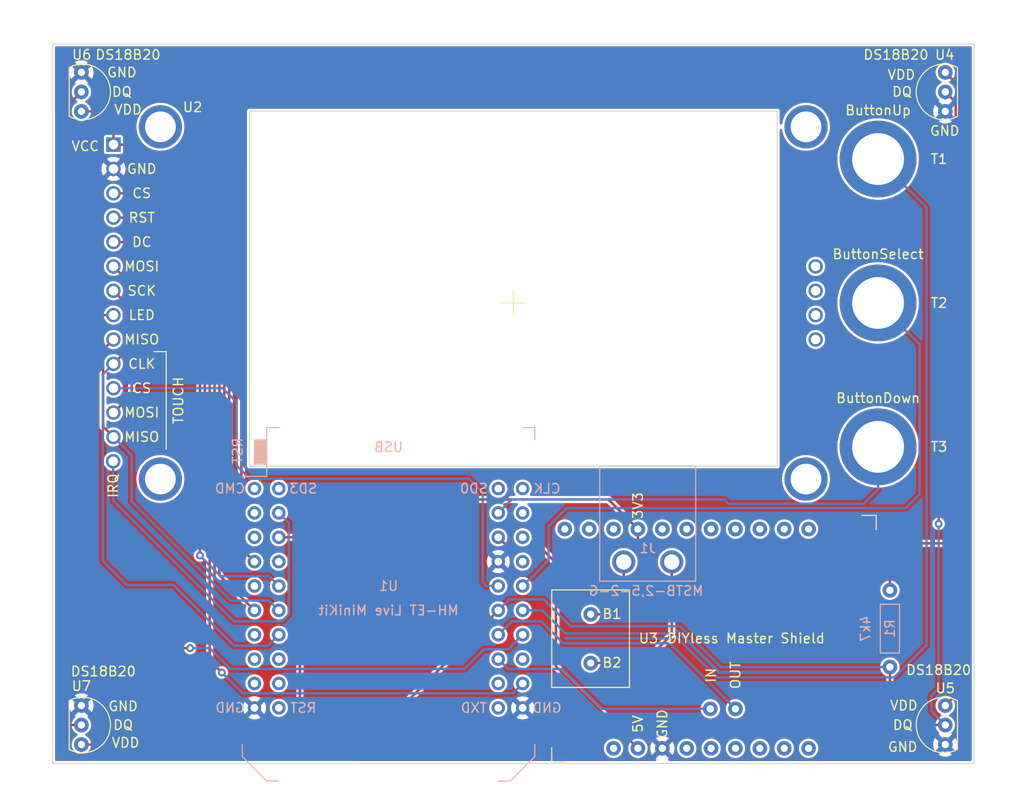
<source format=kicad_pcb>
(kicad_pcb (version 20211014) (generator pcbnew)
  (layers (0 "F.Cu" signal) (31 "B.Cu" signal) (34 "B.Paste" user) (35 "F.Paste" user) (36 "B.SilkS" user "B.Silkscreen") (37 "F.SilkS" user "F.Silkscreen") (38 "B.Mask" user) (39 "F.Mask" user) (44 "Edge.Cuts" user))
  (net 0 "")
  (net 1 "+3V3")
  (net 2 "Net-(T1-Pad1)")
  (net 3 "Net-(T2-Pad1)")
  (net 4 "Net-(T3-Pad1)")
  (net 9 "+5V")
  (net 11 "GND")
  (net 12 "Net-(U1-Pad18)")
  (net 13 "Net-(U1-Pad28)")
  (net 14 "Net-(U1-Pad25)")
  (net 15 "/OneWire")
  (net 16 "Net-(U1-Pad27)")
  (net 17 "Net-(U1-Pad24)")
  (net 22 "Net-(U1-Pad31)")
  (net 26 "Net-(U1-Pad13)")
  (net 27 "/SCK")
  (net 29 "/MISO")
  (net 30 "Net-(U1-Pad9)")
  (net 31 "/MOSI")
  (net 54 "Net-(J1-Pad1)")
  (net 55 "Net-(J1-Pad2)")
  (footprint "Thermostat:TouchPin" (layer "F.Cu") (at 188 90)
    (fp_text reference "T2" (at 6.35 0 unlocked) (layer "F.SilkS"))
    (fp_text value "ButtonSelect" (at 0 -5.08 unlocked) (layer "F.SilkS"))
    (pad "1" thru_hole circle locked (at 0 0) (size 8 8) (drill 5.4) (layers *.Cu *.Mask) (net 3 "Net-(T2-Pad1)"))
  )
  (footprint "Thermostat:DS18B20" (layer "F.Cu") (at 105 134 180)
    (fp_text reference "U7" (at 0 4.064 unlocked) (layer "F.SilkS"))
    (fp_text value "DS18B20" (at -2.286 5.588 unlocked) (layer "F.SilkS"))
    (fp_text user "DQ" (at -4.349495 0 unlocked) (layer "F.SilkS"))
    (fp_text user "VDD" (at -4.603495 -1.85 unlocked) (layer "F.SilkS"))
    (fp_text user "GND" (at -4.349495 1.96 unlocked) (layer "F.SilkS"))
    (fp_line (start 1.27 -2.54) (end 1.27 2.54) (layer "F.SilkS") (width 0.12))
    (fp_arc (start 1.27 2.54) (mid -3.02701 0) (end 1.27 -2.54) (layer "F.SilkS") (width 0.12))
    (pad "1" thru_hole circle (at 0 2.032 180) (size 1.524 1.524) (drill 0.762) (layers *.Cu *.Mask) (net 11 "GND"))
    (pad "2" thru_hole circle (at 0 0 180) (size 1.524 1.524) (drill 0.762) (layers *.Cu *.Mask) (net 15 "/OneWire"))
    (pad "3" thru_hole circle (at 0 -2.032 180) (size 1.524 1.524) (drill 0.762) (layers *.Cu *.Mask) (net 1 "+3V3"))
  )
  (footprint "Thermostat:Opentherm Master Shield" (layer "F.Cu") (at 154 125 -90)
    (fp_text reference "U3" (at -0.032 -10.084 unlocked) (layer "F.SilkS"))
    (fp_text value "DIYless Master Shield" (at -0.032 -20.244 unlocked) (layer "F.SilkS"))
    (fp_text user "3V3" (at -13.875 -8.98 90 unlocked) (layer "F.SilkS"))
    (fp_text user "B2" (at 2.508 -6.274 unlocked) (layer "F.SilkS"))
    (fp_text user "5V" (at 8.89 -8.98 90 unlocked) (layer "F.SilkS"))
    (fp_text user "IN" (at 3.81 -16.6 90 unlocked) (layer "F.SilkS"))
    (fp_text user "B1" (at -2.572 -6.274 unlocked) (layer "F.SilkS"))
    (fp_text user "GND" (at 8.89 -11.52 90 unlocked) (layer "F.SilkS"))
    (fp_text user "OUT" (at 3.81 -19.14 90 unlocked) (layer "F.SilkS"))
    (fp_line (start 12.85 0) (end 12.85 -1.5) (layer "F.SilkS") (width 0.12))
    (fp_line (start 12.85 0) (end 11.35 0) (layer "F.SilkS") (width 0.12))
    (fp_line (start -12.85 -33.8) (end -12.85 -32.3) (layer "F.SilkS") (width 0.12))
    (fp_line (start -11.35 -33.8) (end -12.85 -33.8) (layer "F.SilkS") (width 0.12))
    (fp_rect (start -5.08 -8.1) (end 5.08 0) (layer "F.SilkS") (width 0.12) (fill none))
    (pad "1" thru_hole circle (at -11.43 -1.36 270) (size 1.524 1.524) (drill 0.762) (layers *.Cu *.Mask))
    (pad "2" thru_hole circle (at -11.43 -3.9 270) (size 1.524 1.524) (drill 0.762) (layers *.Cu *.Mask))
    (pad "3" thru_hole circle (at -11.43 -6.44 270) (size 1.524 1.524) (drill 0.762) (layers *.Cu *.Mask))
    (pad "4" thru_hole circle (at -11.43 -8.98 270) (size 1.524 1.524) (drill 0.762) (layers *.Cu *.Mask) (net 1 "+3V3"))
    (pad "5" thru_hole circle (at -11.43 -11.52 270) (size 1.524 1.524) (drill 0.762) (layers *.Cu *.Mask))
    (pad "6" thru_hole circle (at -11.43 -14.06 270) (size 1.524 1.524) (drill 0.762) (layers *.Cu *.Mask))
    (pad "7" thru_hole circle (at -11.43 -16.6 270) (size 1.524 1.524) (drill 0.762) (layers *.Cu *.Mask))
    (pad "8" thru_hole circle (at -11.43 -19.14 270) (size 1.524 1.524) (drill 0.762) (layers *.Cu *.Mask))
    (pad "9" thru_hole circle (at -11.43 -21.68 270) (size 1.524 1.524) (drill 0.762) (layers *.Cu *.Mask))
    (pad "10" thru_hole circle (at -11.43 -24.22 270) (size 1.524 1.524) (drill 0.762) (layers *.Cu *.Mask))
    (pad "11" thru_hole circle (at -11.43 -26.76 270) (size 1.524 1.524) (drill 0.762) (layers *.Cu *.Mask))
    (pad "12" thru_hole circle (at 11.43 -26.76 270) (size 1.524 1.524) (drill 0.762) (layers *.Cu *.Mask))
    (pad "13" thru_hole circle (at 11.43 -24.22 270) (size 1.524 1.524) (drill 0.762) (layers *.Cu *.Mask))
    (pad "14" thru_hole circle (at 11.43 -21.68 270) (size 1.524 1.524) (drill 0.762) (layers *.Cu *.Mask))
    (pad "15" thru_hole circle (at 11.43 -19.14 270) (size 1.524 1.524) (drill 0.762) (layers *.Cu *.Mask))
    (pad "16" thru_hole circle (at 11.43 -16.6 270) (size 1.524 1.524) (drill 0.762) (layers *.Cu *.Mask))
    (pad "17" thru_hole circle (at 11.43 -14.06 270) (size 1.524 1.524) (drill 0.762) (layers *.Cu *.Mask))
    (pad "18" thru_hole circle (at 11.43 -11.52 270) (size 1.524 1.524) (drill 0.762) (layers *.Cu *.Mask) (net 11 "GND"))
    (pad "19" thru_hole circle (at 11.43 -8.98 270) (size 1.524 1.524) (drill 0.762) (layers *.Cu *.Mask) (net 9 "+5V"))
    (pad "20" thru_hole circle (at 11.43 -6.44 270) (size 1.524 1.524) (drill 0.762) (layers *.Cu *.Mask))
    (pad "21" thru_hole circle (at 7.313 -19.14 270) (size 1.524 1.524) (drill 0.762) (layers *.Cu *.Mask) (net 16 "Net-(U1-Pad27)"))
    (pad "22" thru_hole circle (at 7.313 -16.52 270) (size 1.524 1.524) (drill 0.762) (layers *.Cu *.Mask) (net 14 "Net-(U1-Pad25)"))
    (pad "23" thru_hole circle (at -2.54 -4.059 270) (size 1.524 1.524) (drill 0.762) (layers *.Cu *.Mask) (net 54 "Net-(J1-Pad1)"))
    (pad "24" thru_hole circle (at 2.54 -4.059 270) (size 1.524 1.524) (drill 0.762) (layers *.Cu *.Mask) (net 55 "Net-(J1-Pad2)"))
  )
  (footprint "Thermostat:TouchPin" (layer "F.Cu") (at 188 105)
    (fp_text reference "T3" (at 6.35 0 unlocked) (layer "F.SilkS"))
    (fp_text value "ButtonDown" (at 0 -5.08 unlocked) (layer "F.SilkS"))
    (pad "1" thru_hole circle locked (at 0 0) (size 8 8) (drill 5.4) (layers *.Cu *.Mask) (net 4 "Net-(T3-Pad1)"))
  )
  (footprint "Thermostat:TouchPin" (layer "F.Cu") (at 188 75)
    (fp_text reference "T1" (at 6.35 0 unlocked) (layer "F.SilkS"))
    (fp_text value "ButtonUp" (at 0 -5.08 unlocked) (layer "F.SilkS"))
    (pad "1" thru_hole circle locked (at 0 0) (size 8 8) (drill 5.4) (layers *.Cu *.Mask) (net 2 "Net-(T1-Pad1)"))
  )
  (footprint "Thermostat:DS18B20" (layer "F.Cu") (at 105 68 180)
    (fp_text reference "U6" (at -0.031495 3.865 unlocked) (layer "F.SilkS"))
    (fp_text value "DS18B20" (at -4.855 3.865 unlocked) (layer "F.SilkS"))
    (fp_text user "DQ" (at -4.22 0 unlocked) (layer "F.SilkS"))
    (fp_text user "GND" (at -4.22 2.032 unlocked) (layer "F.SilkS"))
    (fp_text user "VDD" (at -4.855 -1.85 unlocked) (layer "F.SilkS"))
    (fp_line (start 1.27 -2.54) (end 1.27 2.54) (layer "F.SilkS") (width 0.12))
    (fp_arc (start 1.27 2.54) (mid -3.02701 0) (end 1.27 -2.54) (layer "F.SilkS") (width 0.12))
    (pad "1" thru_hole circle (at 0 2.032 180) (size 1.524 1.524) (drill 0.762) (layers *.Cu *.Mask) (net 11 "GND"))
    (pad "2" thru_hole circle (at 0 0 180) (size 1.524 1.524) (drill 0.762) (layers *.Cu *.Mask) (net 15 "/OneWire"))
    (pad "3" thru_hole circle (at 0 -2.032 180) (size 1.524 1.524) (drill 0.762) (layers *.Cu *.Mask) (net 1 "+3V3"))
  )
  (footprint "Thermostat:DS18B20" (layer "F.Cu") (at 195 68)
    (fp_text reference "U4" (at -0.055 -3.865 unlocked) (layer "F.SilkS"))
    (fp_text value "DS18B20" (at -5.135 -3.865 unlocked) (layer "F.SilkS"))
    (fp_text user "GND" (at -0.055 4.064 unlocked) (layer "F.SilkS"))
    (fp_text user "VDD" (at -4.572 -1.778 unlocked) (layer "F.SilkS"))
    (fp_text user "DQ" (at -4.5 0 unlocked) (layer "F.SilkS"))
    (fp_line (start 1.27 -2.54) (end 1.27 2.54) (layer "F.SilkS") (width 0.12))
    (fp_arc (start 1.27 2.54) (mid -3.02701 0) (end 1.27 -2.54) (layer "F.SilkS") (width 0.12))
    (pad "1" thru_hole circle (at 0 2.032) (size 1.524 1.524) (drill 0.762) (layers *.Cu *.Mask) (net 11 "GND"))
    (pad "2" thru_hole circle (at 0 0) (size 1.524 1.524) (drill 0.762) (layers *.Cu *.Mask) (net 15 "/OneWire"))
    (pad "3" thru_hole circle (at 0 -2.032) (size 1.524 1.524) (drill 0.762) (layers *.Cu *.Mask) (net 1 "+3V3"))
  )
  (footprint "Thermostat:ILI9341" (layer "F.Cu") (at 150 90)
    (fp_text reference "U2" (at -33.414 -20.404) (layer "F.SilkS"))
    (fp_text value "ILI9341_touch")
    (fp_text user "CLK" (at -38.71 6.35 unlocked) (layer "F.SilkS"))
    (fp_text user "IRQ" (at -41.69 19.05 90 unlocked) (layer "F.SilkS"))
    (fp_text user "LED" (at -38.71 1.27 unlocked) (layer "F.SilkS"))
    (fp_text user "RST" (at -38.71 -8.89 unlocked) (layer "F.SilkS"))
    (fp_text user "DC" (at -38.71 -6.35 unlocked) (layer "F.SilkS"))
    (fp_text user "MISO" (at -38.71 3.81 unlocked) (layer "F.SilkS"))
    (fp_text user "VCC" (at -44.59 -16.34 unlocked) (layer "F.SilkS"))
    (fp_text user "TOUCH" (at -34.9 10.16 90 unlocked) (layer "F.SilkS"))
    (fp_text user "MOSI" (at -38.71 11.43 unlocked) (layer "F.SilkS"))
    (fp_text user "SCK" (at -38.71 -1.27 unlocked) (layer "F.SilkS"))
    (fp_text user "MISO" (at -38.71 13.97 unlocked) (layer "F.SilkS"))
    (fp_text user "CS" (at -38.71 -11.43 unlocked) (layer "F.SilkS"))
    (fp_text user "GND" (at -38.71 -13.97 unlocked) (layer "F.SilkS"))
    (fp_text user "MOSI" (at -38.71 -3.81 unlocked) (layer "F.SilkS"))
    (fp_text user "CS" (at -38.71 8.89 unlocked) (layer "F.SilkS"))
    (fp_line (start 1.2 0) (end -1.27 0) (layer "F.SilkS") (width 0.12))
    (fp_line (start -36.17 5.08) (end -36.17 15.24) (layer "F.SilkS") (width 0.12))
    (fp_line (start 0 -1.27) (end 0 1.27) (layer "F.SilkS") (width 0.12))
    (fp_line (start -36.17 5.08) (end -37.44 5.08) (layer "F.SilkS") (width 0.12))
    (pad "" thru_hole circle locked (at -36.77 -18.36) (size 4.5 4.5) (drill 3.2) (layers *.Cu *.Mask))
    (pad "" thru_hole circle locked (at -36.77 18.36) (size 4.5 4.5) (drill 3.2) (layers *.Cu *.Mask))
    (pad "" thru_hole circle locked (at 30.49 18.36) (size 4.5 4.5) (drill 3.2) (layers *.Cu *.Mask))
    (pad "" thru_hole circle locked (at 30.49 -18.36) (size 4.5 4.5) (drill 3.2) (layers *.Cu *.Mask))
    (pad "1" thru_hole rect locked (at -41.66 -16.51) (size 1.5 1.5) (drill 1) (layers *.Cu *.Mask) (net 1 "+3V3"))
    (pad "2" thru_hole circle locked (at -41.66 -13.97) (size 1.5 1.5) (drill 1) (layers *.Cu *.Mask) (net 11 "GND"))
    (pad "3" thru_hole circle locked (at -41.66 -11.43) (size 1.5 1.5) (drill 1) (layers *.Cu *.Mask) (net 26 "Net-(U1-Pad13)"))
    (pad "4" thru_hole circle locked (at -41.66 -8.89) (size 1.5 1.5) (drill 1) (layers *.Cu *.Mask) (net 30 "Net-(U1-Pad9)"))
    (pad "5" thru_hole circle locked (at -41.66 -6.35) (size 1.5 1.5) (drill 1) (layers *.Cu *.Mask) (net 17 "Net-(U1-Pad24)"))
    (pad "6" thru_hole circle locked (at -41.66 -3.81) (size 1.5 1.5) (drill 1) (layers *.Cu *.Mask) (net 31 "/MOSI"))
    (pad "7" thru_hole circle locked (at -41.66 -1.27) (size 1.5 1.5) (drill 1) (layers *.Cu *.Mask) (net 27 "/SCK"))
    (pad "8" thru_hole circle locked (at -41.66 1.27) (size 1.5 1.5) (drill 1) (layers *.Cu *.Mask) (net 13 "Net-(U1-Pad28)"))
    (pad "9" thru_hole circle locked (at -41.66 3.81) (size 1.5 1.5) (drill 1) (layers *.Cu *.Mask) (net 29 "/MISO"))
    (pad "10" thru_hole circle locked (at -41.66 6.35) (size 1.5 1.5) (drill 1) (layers *.Cu *.Mask) (net 27 "/SCK"))
    (pad "11" thru_hole circle locked (at -41.66 8.89) (size 1.5 1.5) (drill 1) (layers *.Cu *.Mask) (net 22 "Net-(U1-Pad31)"))
    (pad "12" thru_hole circle locked (at -41.66 11.43) (size 1.5 1.5) (drill 1) (layers *.Cu *.Mask) (net 31 "/MOSI"))
    (pad "13" thru_hole circle locked (at -41.66 13.97) (size 1.5 1.5) (drill 1) (layers *.Cu *.Mask) (net 29 "/MISO"))
    (pad "14" thru_hole circle locked (at -41.69 16.51) (size 1.5 1.5) (drill 1) (layers *.Cu *.Mask) (net 12 "Net-(U1-Pad18)"))
    (pad "15" thru_hole circle locked (at 31.49 -3.81) (size 1.5 1.5) (drill 1) (layers *.Cu *.Mask))
    (pad "16" thru_hole circle locked (at 31.49 -1.27) (size 1.5 1.5) (drill 1) (layers *.Cu *.Mask))
    (pad "17" thru_hole circle locked (at 31.49 1.27) (size 1.5 1.5) (drill 1) (layers *.Cu *.Mask))
    (pad "18" thru_hole circle locked (at 31.49 3.81) (size 1.5 1.5) (drill 1) (layers *.Cu *.Mask))
  )
  (footprint "Thermostat:DS18B20" (layer "F.Cu") (at 195 134)
    (fp_text reference "U5" (at 0 -3.825 unlocked) (layer "F.SilkS"))
    (fp_text value "DS18B20" (at -0.69 -5.73 unlocked) (layer "F.SilkS"))
    (fp_text user "DQ" (at -4.434505 0 unlocked) (layer "F.SilkS"))
    (fp_text user "GND" (at -4.434505 2.286 unlocked) (layer "F.SilkS"))
    (fp_text user "VDD" (at -4.318 -2.032 unlocked) (layer "F.SilkS"))
    (fp_line (start 1.27 -2.54) (end 1.27 2.54) (layer "F.SilkS") (width 0.12))
    (fp_arc (start 1.27 2.54) (mid -3.02701 0) (end 1.27 -2.54) (layer "F.SilkS") (width 0.12))
    (pad "1" thru_hole circle (at 0 2.032) (size 1.524 1.524) (drill 0.762) (layers *.Cu *.Mask) (net 11 "GND"))
    (pad "2" thru_hole circle (at 0 0) (size 1.524 1.524) (drill 0.762) (layers *.Cu *.Mask) (net 15 "/OneWire"))
    (pad "3" thru_hole circle (at 0 -2.032) (size 1.524 1.524) (drill 0.762) (layers *.Cu *.Mask) (net 1 "+3V3"))
  )
  (footprint "Thermostat:Resistor" (layer "B.Cu") (at 189.23 123.952 -90)
    (fp_text reference "R1" (at 0 0 90 unlocked) (layer "B.SilkS") (effects (justify mirror)))
    (fp_text value "4k7" (at 0 2.54 90 unlocked) (layer "B.SilkS") (effects (justify mirror)))
    (fp_rect (start -2.54 1) (end 2.54 -1) (layer "B.SilkS") (width 0.12) (fill none))
    (pad "1" thru_hole circle (at -4 0 270) (size 1.524 1.524) (drill 0.762) (layers *.Cu *.Mask) (net 1 "+3V3"))
    (pad "2" thru_hole circle (at 4 0 270) (size 1.524 1.524) (drill 0.762) (layers *.Cu *.Mask) (net 15 "/OneWire"))
  )
  (footprint "ESP32_mini:ESP32_mini" (layer "B.Cu") (at 137 103)
    (fp_text reference "U1" (at 0 16.51) (layer "B.SilkS") (effects (justify mirror)))
    (fp_text value "MH-ET Live MiniKit" (at 0 19.05) (layer "B.SilkS") (effects (justify mirror)))
    (fp_text user "RST" (at -15.715 2.41 270) (layer "B.SilkS") (effects (justify mirror)))
    (fp_text user "USB" (at 0 2.03) (layer "B.SilkS") (effects (justify mirror)))
    (fp_text user "GND" (at -16.51 29.21 unlocked) (layer "B.SilkS") (effects (justify mirror)))
    (fp_text user "CLK" (at 16.51 6.35 unlocked) (layer "B.SilkS") (effects (justify mirror)))
    (fp_text user "GND" (at 16.51 29.21 unlocked) (layer "B.SilkS") (effects (justify mirror)))
    (fp_text user "CMD" (at -16.51 6.35 unlocked) (layer "B.SilkS") (effects (justify mirror)))
    (fp_text user "RST" (at -8.89 29.21 unlocked) (layer "B.SilkS") (effects (justify mirror)))
    (fp_text user "SD3" (at -8.89 6.35 unlocked) (layer "B.SilkS") (effects (justify mirror)))
    (fp_text user "TXD" (at 8.89 29.21 unlocked) (layer "B.SilkS") (effects (justify mirror)))
    (fp_text user "SD0" (at 8.89 6.35 unlocked) (layer "B.SilkS") (effects (justify mirror)))
    (fp_line (start -15.24 5.08) (end -12.7 5.08) (layer "B.SilkS") (width 0.12))
    (fp_line (start -11.43 0) (end -12.7 0) (layer "B.SilkS") (width 0.12))
    (fp_line (start 15.24 33.02) (end 15.24 34.29) (layer "B.SilkS") (width 0.12))
    (fp_line (start -12.7 36.83) (end -11.43 36.83) (layer "B.SilkS") (width 0.12))
    (fp_line (start 11.43 36.83) (end 12.7 36.83) (layer "B.SilkS") (width 0.12))
    (fp_line (start -12.7 5.08) (end -12.7 0) (layer "B.SilkS") (width 0.12))
    (fp_line (start 15.24 0) (end 13.97 0) (layer "B.SilkS") (width 0.12))
    (fp_line (start 15.24 1.27) (end 15.24 0) (layer "B.SilkS") (width 0.12))
    (fp_line (start 12.7 36.83) (end 15.24 34.29) (layer "B.SilkS") (width 0.12))
    (fp_line (start -15.24 33.02) (end -15.24 34.29) (layer "B.SilkS") (width 0.12))
    (fp_line (start -12.7 36.83) (end -15.24 34.29) (layer "B.SilkS") (width 0.12))
    (fp_poly (pts (xy -13.97 1.27) (xy -13.97 3.81) (xy -12.7 3.81) (xy -12.7 1.27)) (layer "B.SilkS") (width 0.1) (fill solid))
    (pad "1" thru_hole circle (at -13.97 29.21 90) (size 1.4 1.4) (drill 0.8) (layers *.Cu *.Mask) (net 11 "GND"))
    (pad "2" thru_hole circle (at -11.43 29.21 90) (size 1.4 1.4) (drill 0.8) (layers *.Cu *.Mask))
    (pad "3" thru_hole circle (at -13.97 26.67 90) (size 1.4 1.4) (drill 0.8) (layers *.Cu *.Mask))
    (pad "4" thru_hole circle (at -11.43 26.67 90) (size 1.4 1.4) (drill 0.8) (layers *.Cu *.Mask))
    (pad "5" thru_hole circle (at -13.97 24.13 90) (size 1.4 1.4) (drill 0.8) (layers *.Cu *.Mask))
    (pad "6" thru_hole circle (at -11.43 24.13 90) (size 1.4 1.4) (drill 0.8) (layers *.Cu *.Mask))
    (pad "7" thru_hole circle (at -13.97 21.59 90) (size 1.4 1.4) (drill 0.8) (layers *.Cu *.Mask))
    (pad "8" thru_hole circle (at -11.43 21.59 90) (size 1.4 1.4) (drill 0.8) (layers *.Cu *.Mask) (net 27 "/SCK"))
    (pad "9" thru_hole circle (at -13.97 19.05 90) (size 1.4 1.4) (drill 0.8) (layers *.Cu *.Mask) (net 30 "Net-(U1-Pad9)"))
    (pad "10" thru_hole circle (at -11.43 19.05 90) (size 1.4 1.4) (drill 0.8) (layers *.Cu *.Mask) (net 29 "/MISO"))
    (pad "11" thru_hole circle (at -13.97 16.51 90) (size 1.4 1.4) (drill 0.8) (layers *.Cu *.Mask))
    (pad "12" thru_hole circle (at -11.43 16.51 90) (size 1.4 1.4) (drill 0.8) (layers *.Cu *.Mask) (net 31 "/MOSI"))
    (pad "13" thru_hole circle (at -13.97 13.97 90) (size 1.4 1.4) (drill 0.8) (layers *.Cu *.Mask) (net 26 "Net-(U1-Pad13)"))
    (pad "14" thru_hole circle (at -11.43 13.97 90) (size 1.4 1.4) (drill 0.8) (layers *.Cu *.Mask))
    (pad "15" thru_hole circle (at -13.97 11.43 90) (size 1.4 1.4) (drill 0.8) (layers *.Cu *.Mask))
    (pad "16" thru_hole circle (at -11.43 11.43 90) (size 1.4 1.4) (drill 0.8) (layers *.Cu *.Mask) (net 1 "+3V3"))
    (pad "17" thru_hole circle (at -13.97 8.89 90) (size 1.4 1.4) (drill 0.8) (layers *.Cu *.Mask))
    (pad "18" thru_hole circle (at -11.43 8.89 90) (size 1.4 1.4) (drill 0.8) (layers *.Cu *.Mask) (net 12 "Net-(U1-Pad18)"))
    (pad "19" thru_hole circle (at -13.97 6.35 90) (size 1.4 1.4) (drill 0.8) (layers *.Cu *.Mask))
    (pad "20" thru_hole circle (at -11.43 6.35 90) (size 1.4 1.4) (drill 0.8) (layers *.Cu *.Mask))
    (pad "21" thru_hole circle (at 11.43 29.21 90) (size 1.4 1.4) (drill 0.8) (layers *.Cu *.Mask))
    (pad "22" thru_hole circle (at 13.97 29.21 90) (size 1.4 1.4) (drill 0.8) (layers *.Cu *.Mask) (net 11 "GND"))
    (pad "23" thru_hole circle (at 11.43 26.67 90) (size 1.4 1.4) (drill 0.8) (layers *.Cu *.Mask))
    (pad "24" thru_hole circle (at 13.97 26.67 90) (size 1.4 1.4) (drill 0.8) (layers *.Cu *.Mask) (net 17 "Net-(U1-Pad24)"))
    (pad "25" thru_hole circle (at 11.43 24.13 90) (size 1.4 1.4) (drill 0.8) (layers *.Cu *.Mask) (net 14 "Net-(U1-Pad25)"))
    (pad "26" thru_hole circle (at 13.97 24.13 90) (size 1.4 1.4) (drill 0.8) (layers *.Cu *.Mask))
    (pad "27" thru_hole circle (at 11.43 21.59 90) (size 1.4 1.4) (drill 0.8) (layers *.Cu *.Mask) (net 16 "Net-(U1-Pad27)"))
    (pad "28" thru_hole circle (at 13.97 21.59 90) (size 1.4 1.4) (drill 0.8) (layers *.Cu *.Mask) (net 13 "Net-(U1-Pad28)"))
    (pad "29" thru_hole circle (at 11.43 19.05 90) (size 1.4 1.4) (drill 0.8) (layers *.Cu *.Mask) (net 15 "/OneWire"))
    (pad "30" thru_hole circle (at 13.97 19.05 90) (size 1.4 1.4) (drill 0.8) (layers *.Cu *.Mask) (net 2 "Net-(T1-Pad1)"))
    (pad "31" thru_hole circle (at 11.43 16.51 90) (size 1.4 1.4) (drill 0.8) (layers *.Cu *.Mask) (net 22 "Net-(U1-Pad31)"))
    (pad "32" thru_hole circle (at 13.97 16.51 90) (size 1.4 1.4) (drill 0.8) (layers *.Cu *.Mask) (net 3 "Net-(T2-Pad1)"))
    (pad "33" thru_hole circle (at 11.43 13.97 90) (size 1.4 1.4) (drill 0.8) (layers *.Cu *.Mask) (net 11 "GND"))
    (pad "34" thru_hole circle (at 13.97 13.97 90) (size 1.4 1.4) (drill 0.8) (layers *.Cu *.Mask))
    (pad "35" thru_hole circle (at 11.43 11.43 90) (size 1.4 1.4) (drill 0.8) (layers *.Cu *.Mask) (net 9 "+5V"))
    (pad "36" thru_hole circle (at 13.97 11.43 90) (size 1.4 1.4) (drill 0.8) (layers *.Cu *.Mask))
    (pad "37" thru_hole circle (at 11.43 8.89 90) (size 1.4 1.4) (drill 0.8) (layers *.Cu *.Mask) (net 4 "Net-(T3-Pad1)"))
    (pad "38" thru_hole circle (at 13.97 8.89 90) (size 1.4 1.4) (drill 0.8) (layers *.Cu *.Mask))
    (pad "39" thru_hole circle (at 11.43 6.35 90) (size 1.4 1.4) (drill 0.8) (layers *.Cu *.Mask))
    (pad "40" thru_hole circle (at 13.97 6.35 90) (size 1.4 1.4) (drill 0.8) (layers *.Cu *.Mask))
  )
  (footprint "Thermostat:Phoenix_MSTB-2,5-2-G" (layer "B.Cu") (at 159 119 180)
    (fp_text reference "J1" (at -5 3.43 unlocked) (layer "B.SilkS") (effects (justify mirror)))
    (fp_text value "MSTB-2,5-2-G" (at -4.83 -1.015 unlocked) (layer "B.SilkS") (effects (justify mirror)))
    (fp_rect (start -10 12) (end 0 0) (layer "B.SilkS") (width 0.12) (fill none))
    (pad "1" thru_hole circle (at -2.5 2 180) (size 2.4 2.4) (drill 1.6) (layers *.Cu *.Mask) (net 54 "Net-(J1-Pad1)"))
    (pad "2" thru_hole circle (at -7.5 2 180) (size 2.4 2.4) (drill 1.6) (layers *.Cu *.Mask) (net 55 "Net-(J1-Pad2)"))
  )
  (gr_rect (start 177.5 70) (end 122.5 107) (layer "Edge.Cuts") (width 0.1) (fill none))
  (gr_rect (start 102 63) (end 198 138) (layer "Edge.Cuts") (width 0.1) (fill none))
  (segment (start 109.812 73.49) (end 111.252 74.93) (width 0.25) (layer "F.Cu") (net 1))
  (segment (start 125.57 114.43) (end 127.632 114.43) (width 0.25) (layer "F.Cu") (net 1))
  (segment (start 127.762 110.49) (end 127.762 114.3) (width 0.25) (layer "F.Cu") (net 1))
  (segment (start 127.762 134.366) (end 126.096 136.032) (width 0.25) (layer "F.Cu") (net 1))
  (segment (start 111.252 74.93) (end 120.65 74.93) (width 0.25) (layer "F.Cu") (net 1))
  (segment (start 108.34 73.49) (end 109.812 73.49) (width 0.25) (layer "F.Cu") (net 1))
  (segment (start 195.707 115.062) (end 195.761999 115.116999) (width 0.25) (layer "F.Cu") (net 1))
  (segment (start 195.761999 115.116999) (end 195.761999 83.003001) (width 0.25) (layer "F.Cu") (net 1))
  (segment (start 163.322 115.062) (end 189.23 115.062) (width 0.25) (layer "F.Cu") (net 1))
  (segment (start 121.666 75.946) (end 121.666 109.474) (width 0.25) (layer "F.Cu") (net 1))
  (segment (start 189.23 119.952) (end 189.23 115.062) (width 0.25) (layer "F.Cu") (net 1))
  (segment (start 127.632 114.43) (end 127.762 114.3) (width 0.25) (layer "F.Cu") (net 1))
  (segment (start 127.762 114.3) (end 127.762 134.366) (width 0.25) (layer "F.Cu") (net 1))
  (segment (start 107.116 70.032) (end 105 70.032) (width 0.25) (layer "F.Cu") (net 1))
  (segment (start 195.761999 83.003001) (end 197.104 81.661) (width 0.25) (layer "F.Cu") (net 1))
  (segment (start 162.98 114.72) (end 163.322 115.062) (width 0.25) (layer "F.Cu") (net 1))
  (segment (start 189.23 115.062) (end 195.707 115.062) (width 0.25) (layer "F.Cu") (net 1))
  (segment (start 195.761999 131.206001) (end 195.761999 115.116999) (width 0.25) (layer "F.Cu") (net 1))
  (segment (start 121.666 109.474) (end 122.682 110.49) (width 0.25) (layer "F.Cu") (net 1))
  (segment (start 108.34 71.256) (end 107.116 70.032) (width 0.25) (layer "F.Cu") (net 1))
  (segment (start 122.682 110.49) (end 127.762 110.49) (width 0.25) (layer "F.Cu") (net 1))
  (segment (start 108.34 73.49) (end 108.34 71.256) (width 0.25) (layer "F.Cu") (net 1))
  (segment (start 159.9 110.49) (end 162.98 113.57) (width 0.25) (layer "F.Cu") (net 1))
  (segment (start 162.98 113.57) (end 162.98 114.72) (width 0.25) (layer "F.Cu") (net 1))
  (segment (start 197.104 68.072) (end 195 65.968) (width 0.25) (layer "F.Cu") (net 1))
  (segment (start 120.65 74.93) (end 121.666 75.946) (width 0.25) (layer "F.Cu") (net 1))
  (segment (start 195 131.968) (end 195.761999 131.206001) (width 0.25) (layer "F.Cu") (net 1))
  (segment (start 126.096 136.032) (end 105 136.032) (width 0.25) (layer "F.Cu") (net 1))
  (segment (start 197.104 81.661) (end 197.104 68.072) (width 0.25) (layer "F.Cu") (net 1))
  (segment (start 127.762 110.49) (end 159.9 110.49) (width 0.25) (layer "F.Cu") (net 1))
  (segment (start 188 75) (end 193.04 80.04) (width 0.25) (layer "B.Cu") (net 2))
  (segment (start 155.448 124.46) (end 153.038 122.05) (width 0.25) (layer "B.Cu") (net 2))
  (segment (start 166.624 124.46) (end 155.448 124.46) (width 0.25) (layer "B.Cu") (net 2))
  (segment (start 189.680049 129.038511) (end 171.202511 129.038511) (width 0.25) (layer "B.Cu") (net 2))
  (segment (start 153.038 122.05) (end 150.97 122.05) (width 0.25) (layer "B.Cu") (net 2))
  (segment (start 193.04 80.04) (end 193.04 125.67856) (width 0.25) (layer "B.Cu") (net 2))
  (segment (start 193.04 125.67856) (end 189.680049 129.038511) (width 0.25) (layer "B.Cu") (net 2))
  (segment (start 171.202511 129.038511) (end 166.624 124.46) (width 0.25) (layer "B.Cu") (net 2))
  (segment (start 153.67 116.84) (end 153.67 113.284) (width 0.25) (layer "B.Cu") (net 3))
  (segment (start 192.324511 94.324511) (end 188 90) (width 0.25) (layer "B.Cu") (net 3))
  (segment (start 151.994511 118.485489) (end 152.024511 118.485489) (width 0.25) (layer "B.Cu") (net 3))
  (segment (start 155.569969 111.384031) (end 190.875969 111.384031) (width 0.25) (layer "B.Cu") (net 3))
  (segment (start 192.324511 109.935489) (end 192.324511 94.324511) (width 0.25) (layer "B.Cu") (net 3))
  (segment (start 190.875969 111.384031) (end 192.324511 109.935489) (width 0.25) (layer "B.Cu") (net 3))
  (segment (start 152.024511 118.485489) (end 153.67 116.84) (width 0.25) (layer "B.Cu") (net 3))
  (segment (start 153.67 113.284) (end 155.569969 111.384031) (width 0.25) (layer "B.Cu") (net 3))
  (segment (start 150.97 119.51) (end 151.994511 118.485489) (width 0.25) (layer "B.Cu") (net 3))
  (segment (start 188 109.434) (end 186.499489 110.934511) (width 0.25) (layer "B.Cu") (net 4))
  (segment (start 186.499489 110.934511) (end 172.402511 110.934511) (width 0.25) (layer "B.Cu") (net 4))
  (segment (start 149.83 110.49) (end 148.43 111.89) (width 0.25) (layer "B.Cu") (net 4))
  (segment (start 171.958 110.49) (end 149.83 110.49) (width 0.25) (layer "B.Cu") (net 4))
  (segment (start 188 105) (end 188 109.434) (width 0.25) (layer "B.Cu") (net 4))
  (segment (start 172.402511 110.934511) (end 171.958 110.49) (width 0.25) (layer "B.Cu") (net 4))
  (segment (start 152.908 115.57) (end 149.57 115.57) (width 0.25) (layer "F.Cu") (net 9))
  (segment (start 162.98 136.43) (end 154.432 127.882) (width 0.25) (layer "F.Cu") (net 9))
  (segment (start 149.57 115.57) (end 148.43 114.43) (width 0.25) (layer "F.Cu") (net 9))
  (segment (start 154.432 127.882) (end 154.432 117.094) (width 0.25) (layer "F.Cu") (net 9))
  (segment (start 154.432 117.094) (end 152.908 115.57) (width 0.25) (layer "F.Cu") (net 9))
  (segment (start 125.878878 123.19) (end 120.904 123.19) (width 0.25) (layer "B.Cu") (net 12))
  (segment (start 120.904 123.19) (end 108.31 110.596) (width 0.25) (layer "B.Cu") (net 12))
  (segment (start 125.57 111.89) (end 126.594511 112.914511) (width 0.25) (layer "B.Cu") (net 12))
  (segment (start 126.594511 122.474367) (end 125.878878 123.19) (width 0.25) (layer "B.Cu") (net 12))
  (segment (start 108.31 110.596) (end 108.31 106.51) (width 0.25) (layer "B.Cu") (net 12))
  (segment (start 126.594511 112.914511) (end 126.594511 122.474367) (width 0.25) (layer "B.Cu") (net 12))
  (segment (start 116.332 125.984) (end 107.188 125.984) (width 0.25) (layer "F.Cu") (net 13))
  (segment (start 105.664 124.46) (end 105.664 92.202) (width 0.25) (layer "F.Cu") (net 13))
  (segment (start 106.596 91.27) (end 108.34 91.27) (width 0.25) (layer "F.Cu") (net 13))
  (segment (start 107.188 125.984) (end 105.664 124.46) (width 0.25) (layer "F.Cu") (net 13))
  (segment (start 105.664 92.202) (end 106.596 91.27) (width 0.25) (layer "F.Cu") (net 13))
  (via (at 116.332 125.984) (size 0.8) (drill 0.4) (layers "F.Cu" "B.Cu") (net 13))
  (segment (start 118.364 125.984) (end 116.332 125.984) (width 0.25) (layer "B.Cu") (net 13))
  (segment (start 149.454511 126.105489) (end 146.944511 126.105489) (width 0.25) (layer "B.Cu") (net 13))
  (segment (start 120.534511 128.154511) (end 118.364 125.984) (width 0.25) (layer "B.Cu") (net 13))
  (segment (start 146.944511 126.105489) (end 144.895489 128.154511) (width 0.25) (layer "B.Cu") (net 13))
  (segment (start 150.97 124.59) (end 149.454511 126.105489) (width 0.25) (layer "B.Cu") (net 13))
  (segment (start 144.895489 128.154511) (end 120.534511 128.154511) (width 0.25) (layer "B.Cu") (net 13))
  (segment (start 148.43 127.13) (end 149.454511 128.154511) (width 0.25) (layer "B.Cu") (net 14))
  (segment (start 149.454511 128.154511) (end 155.078511 128.154511) (width 0.25) (layer "B.Cu") (net 14))
  (segment (start 155.078511 128.154511) (end 159.237 132.313) (width 0.25) (layer "B.Cu") (net 14))
  (segment (start 159.237 132.313) (end 170.52 132.313) (width 0.25) (layer "B.Cu") (net 14))
  (segment (start 133.361489 137.118511) (end 103.336511 137.118511) (width 0.25) (layer "F.Cu") (net 15))
  (segment (start 103.336511 137.118511) (end 102.87 136.652) (width 0.25) (layer "F.Cu") (net 15))
  (segment (start 148.43 122.05) (end 133.361489 137.118511) (width 0.25) (layer "F.Cu") (net 15))
  (segment (start 196.086511 69.086511) (end 196.086511 79.503489) (width 0.25) (layer "F.Cu") (net 15))
  (segment (start 196.086511 79.503489) (end 194.31 81.28) (width 0.25) (layer "F.Cu") (net 15))
  (segment (start 102.87 134.112) (end 102.87 70.13) (width 0.25) (layer "F.Cu") (net 15))
  (segment (start 105 134) (end 102.982 134) (width 0.25) (layer "F.Cu") (net 15))
  (segment (start 191.404 134) (end 189.23 131.826) (width 0.25) (layer "F.Cu") (net 15))
  (segment (start 102.982 134) (end 102.87 134.112) (width 0.25) (layer "F.Cu") (net 15))
  (segment (start 195 68) (end 196.086511 69.086511) (width 0.25) (layer "F.Cu") (net 15))
  (segment (start 195 134) (end 191.404 134) (width 0.25) (layer "F.Cu") (net 15))
  (segment (start 194.31 81.28) (end 194.31 113.03) (width 0.25) (layer "F.Cu") (net 15))
  (segment (start 102.87 136.652) (end 102.87 134.112) (width 0.25) (layer "F.Cu") (net 15))
  (segment (start 189.23 131.826) (end 189.23 127.952) (width 0.25) (layer "F.Cu") (net 15))
  (segment (start 102.87 70.13) (end 105 68) (width 0.25) (layer "F.Cu") (net 15))
  (via (at 194.31 113.03) (size 0.8) (drill 0.4) (layers "F.Cu" "B.Cu") (net 15))
  (segment (start 153.162 120.904) (end 149.576 120.904) (width 0.25) (layer "B.Cu") (net 15))
  (segment (start 149.576 120.904) (end 148.43 122.05) (width 0.25) (layer "B.Cu") (net 15))
  (segment (start 193.548 132.548) (end 195 134) (width 0.25) (layer "B.Cu") (net 15))
  (segment (start 194.31 130.175) (end 194.31 113.03) (width 0.25) (layer "B.Cu") (net 15))
  (segment (start 193.548 130.937) (end 194.31 130.175) (width 0.25) (layer "B.Cu") (net 15))
  (segment (start 171.64 127.952) (end 167.386 123.698) (width 0.25) (layer "B.Cu") (net 15))
  (segment (start 155.956 123.698) (end 153.162 120.904) (width 0.25) (layer "B.Cu") (net 15))
  (segment (start 189.23 127.952) (end 171.64 127.952) (width 0.25) (layer "B.Cu") (net 15))
  (segment (start 167.386 123.698) (end 155.956 123.698) (width 0.25) (layer "B.Cu") (net 15))
  (segment (start 193.548 130.937) (end 193.548 132.548) (width 0.25) (layer "B.Cu") (net 15))
  (segment (start 166.303 125.476) (end 173.14 132.313) (width 0.25) (layer "B.Cu") (net 16))
  (segment (start 155.194 125.476) (end 166.303 125.476) (width 0.25) (layer "B.Cu") (net 16))
  (segment (start 149.83 123.19) (end 152.908 123.19) (width 0.25) (layer "B.Cu") (net 16))
  (segment (start 148.43 124.59) (end 149.83 123.19) (width 0.25) (layer "B.Cu") (net 16))
  (segment (start 152.908 123.19) (end 155.194 125.476) (width 0.25) (layer "B.Cu") (net 16))
  (segment (start 118.364 127.254) (end 119.634 128.524) (width 0.25) (layer "F.Cu") (net 17))
  (segment (start 116.924 83.65) (end 118.364 85.09) (width 0.25) (layer "F.Cu") (net 17))
  (segment (start 118.364 85.09) (end 118.364 127.254) (width 0.25) (layer "F.Cu") (net 17))
  (segment (start 108.34 83.65) (end 116.924 83.65) (width 0.25) (layer "F.Cu") (net 17))
  (via (at 119.634 128.524) (size 0.8) (drill 0.4) (layers "F.Cu" "B.Cu") (net 17))
  (segment (start 149.945489 130.694511) (end 121.804511 130.694511) (width 0.25) (layer "B.Cu") (net 17))
  (segment (start 121.804511 130.694511) (end 119.634 128.524) (width 0.25) (layer "B.Cu") (net 17))
  (segment (start 150.97 129.67) (end 149.945489 130.694511) (width 0.25) (layer "B.Cu") (net 17))
  (segment (start 146.812 109.728) (end 145.409489 108.325489) (width 0.25) (layer "B.Cu") (net 22))
  (segment (start 122.549489 108.325489) (end 121.158 106.934) (width 0.25) (layer "B.Cu") (net 22))
  (segment (start 121.158 106.934) (end 121.158 100.33) (width 0.25) (layer "B.Cu") (net 22))
  (segment (start 145.409489 108.325489) (end 122.549489 108.325489) (width 0.25) (layer "B.Cu") (net 22))
  (segment (start 148.43 119.51) (end 147.196 119.51) (width 0.25) (layer "B.Cu") (net 22))
  (segment (start 146.812 119.126) (end 146.812 109.728) (width 0.25) (layer "B.Cu") (net 22))
  (segment (start 147.196 119.51) (end 146.812 119.126) (width 0.25) (layer "B.Cu") (net 22))
  (segment (start 121.158 100.33) (end 119.718 98.89) (width 0.25) (layer "B.Cu") (net 22))
  (segment (start 119.718 98.89) (end 108.34 98.89) (width 0.25) (layer "B.Cu") (net 22))
  (segment (start 119.718 78.57) (end 120.396 79.248) (width 0.25) (layer "F.Cu") (net 26))
  (segment (start 120.396 79.248) (end 120.396 114.336) (width 0.25) (layer "F.Cu") (net 26))
  (segment (start 108.34 78.57) (end 119.718 78.57) (width 0.25) (layer "F.Cu") (net 26))
  (segment (start 120.396 114.336) (end 123.03 116.97) (width 0.25) (layer "F.Cu") (net 26))
  (segment (start 109.414511 95.275489) (end 108.34 96.35) (width 0.25) (layer "F.Cu") (net 27))
  (segment (start 108.34 88.73) (end 109.414511 89.804511) (width 0.25) (layer "F.Cu") (net 27))
  (segment (start 109.414511 89.804511) (end 109.414511 95.275489) (width 0.25) (layer "F.Cu") (net 27))
  (segment (start 107.235489 97.454511) (end 108.34 96.35) (width 0.25) (layer "B.Cu") (net 27))
  (segment (start 107.235489 116.887489) (end 107.235489 97.454511) (width 0.25) (layer "B.Cu") (net 27))
  (segment (start 109.728 119.38) (end 107.235489 116.887489) (width 0.25) (layer "B.Cu") (net 27))
  (segment (start 120.904 125.73) (end 114.554 119.38) (width 0.25) (layer "B.Cu") (net 27))
  (segment (start 124.43 125.73) (end 120.904 125.73) (width 0.25) (layer "B.Cu") (net 27))
  (segment (start 125.57 124.59) (end 124.43 125.73) (width 0.25) (layer "B.Cu") (net 27))
  (segment (start 114.554 119.38) (end 109.728 119.38) (width 0.25) (layer "B.Cu") (net 27))
  (segment (start 107.265489 102.895489) (end 108.34 103.97) (width 0.25) (layer "F.Cu") (net 29))
  (segment (start 108.34 93.81) (end 107.265489 94.884511) (width 0.25) (layer "F.Cu") (net 29))
  (segment (start 107.265489 94.884511) (end 107.265489 102.895489) (width 0.25) (layer "F.Cu") (net 29))
  (segment (start 120.556611 121.025489) (end 124.545489 121.025489) (width 0.25) (layer "B.Cu") (net 29))
  (segment (start 110.236 110.704878) (end 120.556611 121.025489) (width 0.25) (layer "B.Cu") (net 29))
  (segment (start 108.34 103.97) (end 110.236 105.866) (width 0.25) (layer "B.Cu") (net 29))
  (segment (start 110.236 105.866) (end 110.236 110.704878) (width 0.25) (layer "B.Cu") (net 29))
  (segment (start 124.545489 121.025489) (end 125.57 122.05) (width 0.25) (layer "B.Cu") (net 29))
  (segment (start 118.448 81.11) (end 119.38 82.042) (width 0.25) (layer "F.Cu") (net 30))
  (segment (start 108.34 81.11) (end 118.448 81.11) (width 0.25) (layer "F.Cu") (net 30))
  (segment (start 119.38 82.042) (end 119.38 118.4) (width 0.25) (layer "F.Cu") (net 30))
  (segment (start 119.38 118.4) (end 123.03 122.05) (width 0.25) (layer "F.Cu") (net 30))
  (segment (start 110.236 91.948) (end 110.236 99.534) (width 0.25) (layer "F.Cu") (net 31))
  (segment (start 116.586 91.948) (end 117.348 92.71) (width 0.25) (layer "F.Cu") (net 31))
  (segment (start 117.348 92.71) (end 117.348 116.332) (width 0.25) (layer "F.Cu") (net 31))
  (segment (start 108.34 86.19) (end 110.236 88.086) (width 0.25) (layer "F.Cu") (net 31))
  (segment (start 110.236 88.086) (end 110.236 91.948) (width 0.25) (layer "F.Cu") (net 31))
  (segment (start 110.236 91.948) (end 116.586 91.948) (width 0.25) (layer "F.Cu") (net 31))
  (segment (start 110.236 99.534) (end 108.34 101.43) (width 0.25) (layer "F.Cu") (net 31))
  (via (at 117.348 116.332) (size 0.8) (drill 0.4) (layers "F.Cu" "B.Cu") (net 31))
  (segment (start 117.348 116.332) (end 119.501489 118.485489) (width 0.25) (layer "B.Cu") (net 31))
  (segment (start 124.545489 118.485489) (end 125.57 119.51) (width 0.25) (layer "B.Cu") (net 31))
  (segment (start 119.501489 118.485489) (end 124.545489 118.485489) (width 0.25) (layer "B.Cu") (net 31))
  (segment (start 161.5 120.186) (end 159.226 122.46) (width 0.25) (layer "F.Cu") (net 54))
  (segment (start 159.226 122.46) (end 158.059 122.46) (width 0.25) (layer "F.Cu") (net 54))
  (segment (start 161.5 117) (end 161.5 120.186) (width 0.25) (layer "F.Cu") (net 54))
  (segment (start 163.544 127.54) (end 158.059 127.54) (width 0.25) (layer "F.Cu") (net 55))
  (segment (start 166.5 117) (end 166.5 124.584) (width 0.25) (layer "F.Cu") (net 55))
  (segment (start 166.5 124.584) (end 163.544 127.54) (width 0.25) (layer "F.Cu") (net 55))
  (zone (net 11) (net_name "GND") (layer "F.Cu") (connect_pads (clearance 0.254)) (min_thickness 0.254) (fill yes (thermal_gap 0.508) (thermal_bridge_width 0.508) (island_removal_mode 2) (island_area_min 2))
    (polygon (pts (xy 200.66 142.24) (xy 96.52 142.24) (xy 96.52 60.96) (xy 200.66 60.96)))
  )
  (zone (net 11) (net_name "GND") (layer "B.Cu") (connect_pads (clearance 0.254)) (min_thickness 0.254) (fill yes (thermal_gap 0.508) (thermal_bridge_width 0.508) (island_removal_mode 2) (island_area_min 2))
    (polygon (pts (xy 203.2 139.7) (xy 99.06 139.7) (xy 99.06 58.42) (xy 203.2 58.42)))
  )
)
</source>
